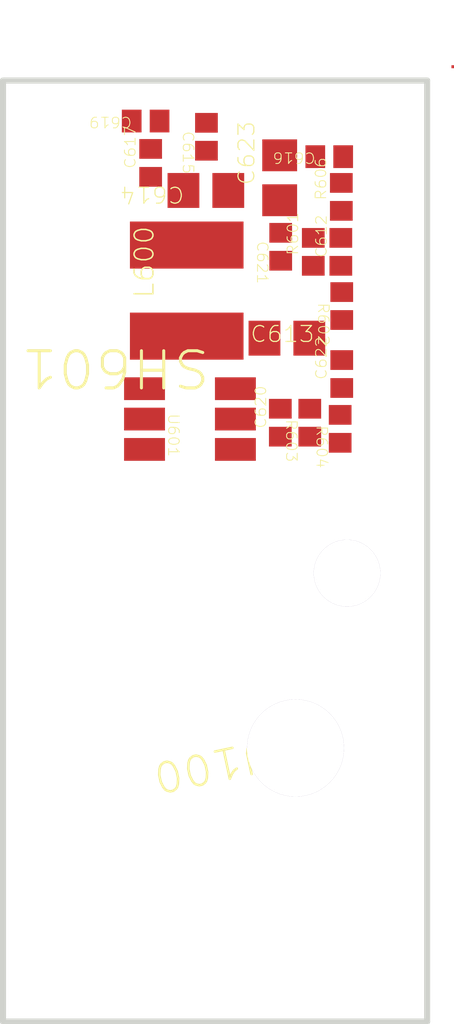
<source format=kicad_pcb>
(kicad_pcb (version 20171130) (host pcbnew "(5.1.0)-1")

  (general
    (thickness 1.6)
    (drawings 4)
    (tracks 0)
    (zones 0)
    (modules 22)
    (nets 16)
  )

  (page A4)
  (layers
    (0 F.Cu signal)
    (31 B.Cu signal)
    (32 B.Adhes user)
    (33 F.Adhes user)
    (34 B.Paste user)
    (35 F.Paste user)
    (36 B.SilkS user)
    (37 F.SilkS user)
    (38 B.Mask user)
    (39 F.Mask user)
    (40 Dwgs.User user)
    (41 Cmts.User user)
    (42 Eco1.User user)
    (43 Eco2.User user)
    (44 Edge.Cuts user)
    (45 Margin user)
    (46 B.CrtYd user)
    (47 F.CrtYd user)
    (48 B.Fab user)
    (49 F.Fab user)
  )

  (setup
    (last_trace_width 0.25)
    (trace_clearance 0.2)
    (zone_clearance 0.508)
    (zone_45_only no)
    (trace_min 0.2)
    (via_size 0.8)
    (via_drill 0.4)
    (via_min_size 0.4)
    (via_min_drill 0.3)
    (uvia_size 0.3)
    (uvia_drill 0.1)
    (uvias_allowed no)
    (uvia_min_size 0.2)
    (uvia_min_drill 0.1)
    (edge_width 0.05)
    (segment_width 0.2)
    (pcb_text_width 0.3)
    (pcb_text_size 1.5 1.5)
    (mod_edge_width 0.12)
    (mod_text_size 1 1)
    (mod_text_width 0.15)
    (pad_size 1.524 1.524)
    (pad_drill 0.762)
    (pad_to_mask_clearance 0.051)
    (solder_mask_min_width 0.25)
    (aux_axis_origin 0 0)
    (visible_elements FFFFFF7F)
    (pcbplotparams
      (layerselection 0x010fc_ffffffff)
      (usegerberextensions false)
      (usegerberattributes false)
      (usegerberadvancedattributes false)
      (creategerberjobfile false)
      (excludeedgelayer true)
      (linewidth 0.150000)
      (plotframeref false)
      (viasonmask false)
      (mode 1)
      (useauxorigin false)
      (hpglpennumber 1)
      (hpglpenspeed 20)
      (hpglpendiameter 15.000000)
      (psnegative false)
      (psa4output false)
      (plotreference true)
      (plotvalue true)
      (plotinvisibletext false)
      (padsonsilk false)
      (subtractmaskfromsilk false)
      (outputformat 1)
      (mirror false)
      (drillshape 1)
      (scaleselection 1)
      (outputdirectory ""))
  )

  (net 0 "")
  (net 1 DISP0_AVDD_7P6)
  (net 2 DISP0_ELVDD)
  (net 3 DISP0_ELVSS)
  (net 4 DISP_VDDIO_1P8)
  (net 5 GND)
  (net 6 N17988891)
  (net 7 N17989092)
  (net 8 OLED_DVDD)
  (net 9 OLED_DVDD_EN)
  (net 10 OLED_DVDD_L11B)
  (net 11 TP_1P8)
  (net 12 TP_3P3)
  (net 13 TP_INT_N)
  (net 14 TP_RESET_N)
  (net 15 VPH_PWR)

  (net_class Default "This is the default net class."
    (clearance 0.2)
    (trace_width 0.25)
    (via_dia 0.8)
    (via_drill 0.4)
    (uvia_dia 0.3)
    (uvia_drill 0.1)
    (add_net DISP0_AVDD_7P6)
    (add_net DISP0_ELVDD)
    (add_net DISP0_ELVSS)
    (add_net DISP_VDDIO_1P8)
    (add_net GND)
    (add_net N17988891)
    (add_net N17989092)
    (add_net OLED_DVDD)
    (add_net OLED_DVDD_EN)
    (add_net OLED_DVDD_L11B)
    (add_net TP_1P8)
    (add_net TP_3P3)
    (add_net TP_INT_N)
    (add_net TP_RESET_N)
    (add_net VPH_PWR)
  )

  (module "" (layer F.Cu) (tedit 0) (tstamp 682E96C8)
    (at 93.82804 393.4939)
    (fp_text reference "" (at 0 0) (layer F.SilkS)
      (effects (font (size 1.27 1.27) (thickness 0.15)))
    )
    (fp_text value "" (at 0 0) (layer F.SilkS)
      (effects (font (size 1.27 1.27) (thickness 0.15)))
    )
    (pad "" thru_hole circle (at 0 0) (size 1.6 1.6) (drill 1.6) (layers *.Cu *.Mask))
  )

  (module "" (layer F.Cu) (tedit 0) (tstamp 682E96C4)
    (at 94.67804 390.61391)
    (fp_text reference "" (at 0 0) (layer F.SilkS)
      (effects (font (size 1.27 1.27) (thickness 0.15)))
    )
    (fp_text value "" (at 0 0) (layer F.SilkS)
      (effects (font (size 1.27 1.27) (thickness 0.15)))
    )
    (pad "" thru_hole circle (at 0 0) (size 1.1 1.1) (drill 1.1) (layers *.Cu *.Mask))
  )

  (module KINE-SHIELDING-FRAME_N2_1 (layer F.Cu) (tedit 0) (tstamp 682E96C0)
    (at 93.42154 386.7645 180)
    (attr smd)
    (fp_text reference SH601 (at 2.566675 -0.46667 180 unlocked) (layer F.SilkS)
      (effects (font (size 0.612271 0.644005) (thickness 0.05)))
    )
    (fp_text value SHIELDING_KINE-SHIELDING-FRAME_ (at -7.233385 0.46667 unlocked) (layer F.SilkS) hide
      (effects (font (size 0.612271 0.644005) (thickness 0.05)))
    )
    (pad 1 smd rect (at -3.0046 4.492) (size 0.05 0.05) (layers F.Cu F.Paste F.Mask)
      (net 5 GND))
  )

  (module ANT_2_6X2_99_P3_HT0_58_HD_1 (layer F.Cu) (tedit 0) (tstamp 682E9614)
    (at 93.94364 393.3221 192)
    (attr smd)
    (fp_text reference J100 (at 1.609321 -0.14854 192 unlocked) (layer F.SilkS)
      (effects (font (size 0.488943 0.514285) (thickness 0.0419)))
    )
    (fp_text value SPRING_3P_ANT_2_6X2_99_P3_HT0_5 (at -5.72764 -0.836452 unlocked) (layer F.SilkS) hide
      (effects (font (size 0.488943 0.514285) (thickness 0.0419)))
    )
    (fp_line (start 0.4132 0.71054) (end 0.4375 0.70201) (layer Dwgs.User) (width 0.0254))
    (fp_line (start 0.68287 0.56349) (end 0.70279 0.54718) (layer Dwgs.User) (width 0.0254))
    (fp_line (start 0.84622 1.1561) (end 0.87221 1.156) (layer Dwgs.User) (width 0.0254))
    (fp_line (start 0.38875 0.71832) (end 0.4132 0.71054) (layer Dwgs.User) (width 0.0254))
    (fp_line (start 1.25627 1.07683) (end 1.26587 1.07253) (layer Dwgs.User) (width 0.0254))
    (fp_line (start 0.70279 0.54718) (end 0.72226 0.53015) (layer Dwgs.User) (width 0.0254))
    (fp_line (start 1.26587 1.07253) (end 1.27544 1.06792) (layer Dwgs.User) (width 0.0254))
    (fp_line (start 0.36403 0.72544) (end 0.38875 0.71832) (layer Dwgs.User) (width 0.0254))
    (fp_line (start 1.27544 1.06792) (end 1.28473 1.06314) (layer Dwgs.User) (width 0.0254))
    (fp_line (start 1.28473 1.06314) (end 1.29397 1.05816) (layer Dwgs.User) (width 0.0254))
    (fp_line (start 0.72226 0.53015) (end 0.74108 0.51279) (layer Dwgs.User) (width 0.0254))
    (fp_line (start 1.29397 1.05816) (end 1.303 1.05272) (layer Dwgs.User) (width 0.0254))
    (fp_line (start 0.33904 0.73189) (end 0.36403 0.72544) (layer Dwgs.User) (width 0.0254))
    (fp_line (start 1.303 1.05272) (end 1.31203 1.04727) (layer Dwgs.User) (width 0.0254))
    (fp_line (start 0.74108 0.51279) (end 0.75954 0.49473) (layer Dwgs.User) (width 0.0254))
    (fp_line (start 1.31203 1.04727) (end 1.32073 1.04145) (layer Dwgs.User) (width 0.0254))
    (fp_line (start 0.31391 0.73759) (end 0.33904 0.73189) (layer Dwgs.User) (width 0.0254))
    (fp_line (start 0.53171 0.66089) (end 0.55451 0.64887) (layer Dwgs.User) (width 0.0254))
    (fp_line (start 1.32073 1.04145) (end 1.32928 1.0354) (layer Dwgs.User) (width 0.0254))
    (fp_line (start 1.32928 1.0354) (end 1.33786 1.02915) (layer Dwgs.User) (width 0.0254))
    (fp_line (start 0.28865 0.74244) (end 0.31391 0.73759) (layer Dwgs.User) (width 0.0254))
    (fp_line (start 0.75954 0.49473) (end 0.77728 0.47621) (layer Dwgs.User) (width 0.0254))
    (fp_line (start 0.57692 0.63625) (end 0.59887 0.62293) (layer Dwgs.User) (width 0.0254))
    (fp_line (start 1.33786 1.02915) (end 1.346 1.0226) (layer Dwgs.User) (width 0.0254))
    (fp_line (start 1.346 1.0226) (end 1.35409 1.01583) (layer Dwgs.User) (width 0.0254))
    (fp_line (start 0.26324 0.74654) (end 0.28865 0.74244) (layer Dwgs.User) (width 0.0254))
    (fp_line (start 0.77728 0.47621) (end 0.79459 0.4573) (layer Dwgs.User) (width 0.0254))
    (fp_line (start 1.35409 1.01583) (end 1.362 1.00892) (layer Dwgs.User) (width 0.0254))
    (fp_line (start 1.362 1.00892) (end 1.36975 1.00178) (layer Dwgs.User) (width 0.0254))
    (fp_line (start 0.23768 0.7499) (end 0.26324 0.74654) (layer Dwgs.User) (width 0.0254))
    (fp_line (start -0.80117 1.15609) (end 0.84622 1.1561) (layer Dwgs.User) (width 0.0254))
    (fp_line (start 1.36975 1.00178) (end 1.37723 0.99448) (layer Dwgs.User) (width 0.0254))
    (fp_line (start 1.37723 0.99448) (end 1.38448 0.98682) (layer Dwgs.User) (width 0.0254))
    (fp_line (start 0.21215 0.75266) (end 0.23768 0.7499) (layer Dwgs.User) (width 0.0254))
    (fp_line (start 1.38448 0.98682) (end 1.39166 0.97904) (layer Dwgs.User) (width 0.0254))
    (fp_line (start -1.20119 -0.99396) (end -1.20119 -1.04395) (layer Dwgs.User) (width 0.0254))
    (fp_line (start 1.39166 0.97904) (end 1.39854 0.9712) (layer Dwgs.User) (width 0.0254))
    (fp_line (start 0.1864 0.75454) (end 0.21215 0.75266) (layer Dwgs.User) (width 0.0254))
    (fp_line (start 1.39854 0.9712) (end 1.40509 0.96298) (layer Dwgs.User) (width 0.0254))
    (fp_line (start 0.16071 0.75563) (end 0.1864 0.75454) (layer Dwgs.User) (width 0.0254))
    (fp_line (start 1.40509 0.96298) (end 1.41156 0.95464) (layer Dwgs.User) (width 0.0254))
    (fp_line (start 1.41156 0.95464) (end 1.41777 0.94614) (layer Dwgs.User) (width 0.0254))
    (fp_line (start 0.13517 0.75602) (end 0.16071 0.75563) (layer Dwgs.User) (width 0.0254))
    (fp_line (start 1.41777 0.94614) (end 1.42379 0.93751) (layer Dwgs.User) (width 0.0254))
    (fp_line (start 1.42379 0.93751) (end 1.42955 0.92872) (layer Dwgs.User) (width 0.0254))
    (fp_line (start 0.13513 0.75571) (end 0.13517 0.75602) (layer Dwgs.User) (width 0.0254))
    (fp_line (start 1.42955 0.92872) (end 1.43503 0.91976) (layer Dwgs.User) (width 0.0254))
    (fp_line (start 1.43503 0.91976) (end 1.44034 0.91067) (layer Dwgs.User) (width 0.0254))
    (fp_line (start 1.44034 0.91067) (end 1.44535 0.90151) (layer Dwgs.User) (width 0.0254))
    (fp_line (start 1.44535 0.90151) (end 1.45011 0.89209) (layer Dwgs.User) (width 0.0254))
    (fp_line (start 1.45011 0.89209) (end 1.4546 0.88252) (layer Dwgs.User) (width 0.0254))
    (fp_line (start 1.4546 0.88252) (end 1.45878 0.87298) (layer Dwgs.User) (width 0.0254))
    (fp_line (start 1.45878 0.87298) (end 1.46278 0.8633) (layer Dwgs.User) (width 0.0254))
    (fp_line (start 1.46278 0.8633) (end 1.4666 0.85347) (layer Dwgs.User) (width 0.0254))
    (fp_line (start 1.4666 0.85347) (end 1.47013 0.84359) (layer Dwgs.User) (width 0.0254))
    (fp_line (start 0.50857 0.67213) (end 0.53171 0.66089) (layer Dwgs.User) (width 0.0254))
    (fp_line (start 1.47013 0.84359) (end 1.47332 0.83343) (layer Dwgs.User) (width 0.0254))
    (fp_line (start 1.47332 0.83343) (end 1.47626 0.82343) (layer Dwgs.User) (width 0.0254))
    (fp_line (start 1.47626 0.82343) (end 1.47893 0.81326) (layer Dwgs.User) (width 0.0254))
    (fp_line (start 0.59887 0.62293) (end 0.62065 0.60895) (layer Dwgs.User) (width 0.0254))
    (fp_line (start 1.47893 0.81326) (end 1.48133 0.80293) (layer Dwgs.User) (width 0.0254))
    (fp_line (start -0.10176 0.71589) (end -0.07776 0.72273) (layer Dwgs.User) (width 0.0254))
    (fp_line (start 1.48133 0.80293) (end 1.4834 0.79274) (layer Dwgs.User) (width 0.0254))
    (fp_line (start -0.12564 0.70846) (end -0.10176 0.71589) (layer Dwgs.User) (width 0.0254))
    (fp_line (start 1.4834 0.79274) (end 1.48531 0.78231) (layer Dwgs.User) (width 0.0254))
    (fp_line (start -0.14928 0.70037) (end -0.12564 0.70846) (layer Dwgs.User) (width 0.0254))
    (fp_line (start 1.48531 0.78231) (end 1.4869 0.77191) (layer Dwgs.User) (width 0.0254))
    (fp_line (start 1.4869 0.77191) (end 1.48818 0.76155) (layer Dwgs.User) (width 0.0254))
    (fp_line (start -0.17281 0.69179) (end -0.14928 0.70037) (layer Dwgs.User) (width 0.0254))
    (fp_line (start 1.48818 0.76155) (end 1.48919 0.75103) (layer Dwgs.User) (width 0.0254))
    (fp_line (start -0.19598 0.68247) (end -0.17281 0.69179) (layer Dwgs.User) (width 0.0254))
    (fp_line (start 1.48919 0.75103) (end 1.48989 0.74055) (layer Dwgs.User) (width 0.0254))
    (fp_line (start -0.21894 0.67268) (end -0.19598 0.68247) (layer Dwgs.User) (width 0.0254))
    (fp_line (start 1.48989 0.74055) (end 1.49039 0.73002) (layer Dwgs.User) (width 0.0254))
    (fp_line (start -0.24165 0.66213) (end -0.21894 0.67268) (layer Dwgs.User) (width 0.0254))
    (fp_line (start 1.49039 0.73002) (end 1.49057 0.71953) (layer Dwgs.User) (width 0.0254))
    (fp_line (start 1.49054 0.7091) (end 1.49057 0.71953) (layer Dwgs.User) (width 0.0254))
    (fp_line (start -0.26417 0.65121) (end -0.24165 0.66213) (layer Dwgs.User) (width 0.0254))
    (fp_line (start 1.49012 0.69858) (end 1.49054 0.7091) (layer Dwgs.User) (width 0.0254))
    (fp_line (start -1.50123 0.40605) (end -1.50122 -0.69399) (layer Dwgs.User) (width 0.0254))
    (fp_line (start 1.08048 0.32771) (end 1.10654 0.32773) (layer Dwgs.User) (width 0.0254))
    (fp_line (start -0.28632 0.63955) (end -0.26417 0.65121) (layer Dwgs.User) (width 0.0254))
    (fp_line (start 1.4895 0.68802) (end 1.49012 0.69858) (layer Dwgs.User) (width 0.0254))
    (fp_line (start -0.30817 0.62734) (end -0.28632 0.63955) (layer Dwgs.User) (width 0.0254))
    (fp_line (start 1.10654 0.32773) (end 1.11703 0.32791) (layer Dwgs.User) (width 0.0254))
    (fp_line (start 1.48855 0.6776) (end 1.4895 0.68802) (layer Dwgs.User) (width 0.0254))
    (fp_line (start -0.3298 0.61466) (end -0.30817 0.62734) (layer Dwgs.User) (width 0.0254))
    (fp_line (start 1.11703 0.32791) (end 1.12746 0.32839) (layer Dwgs.User) (width 0.0254))
    (fp_line (start 1.4873 0.66711) (end 1.48855 0.6776) (layer Dwgs.User) (width 0.0254))
    (fp_line (start -0.3509 0.60139) (end -0.3298 0.61466) (layer Dwgs.User) (width 0.0254))
    (fp_line (start 1.12746 0.32839) (end 1.13804 0.32911) (layer Dwgs.User) (width 0.0254))
    (fp_line (start 1.48592 0.65679) (end 1.4873 0.66711) (layer Dwgs.User) (width 0.0254))
    (fp_line (start -0.37176 0.58744) (end -0.3509 0.60139) (layer Dwgs.User) (width 0.0254))
    (fp_line (start 1.13804 0.32911) (end 1.14847 0.3301) (layer Dwgs.User) (width 0.0254))
    (fp_line (start -0.39222 0.57308) (end -0.37176 0.58744) (layer Dwgs.User) (width 0.0254))
    (fp_line (start 1.48414 0.64639) (end 1.48592 0.65679) (layer Dwgs.User) (width 0.0254))
    (fp_line (start -0.41226 0.55819) (end -0.39222 0.57308) (layer Dwgs.User) (width 0.0254))
    (fp_line (start 1.14847 0.3301) (end 1.15892 0.3314) (layer Dwgs.User) (width 0.0254))
    (fp_line (start 1.48215 0.63605) (end 1.48414 0.64639) (layer Dwgs.User) (width 0.0254))
    (fp_line (start -0.43189 0.54277) (end -0.41226 0.55819) (layer Dwgs.User) (width 0.0254))
    (fp_line (start -0.45119 0.52681) (end -0.43189 0.54277) (layer Dwgs.User) (width 0.0254))
    (fp_line (start 1.15892 0.3314) (end 1.16932 0.33299) (layer Dwgs.User) (width 0.0254))
    (fp_line (start 1.47984 0.62575) (end 1.48215 0.63605) (layer Dwgs.User) (width 0.0254))
    (fp_line (start 1.16932 0.33299) (end 1.17975 0.3349) (layer Dwgs.User) (width 0.0254))
    (fp_line (start 1.4772 0.61558) (end 1.47984 0.62575) (layer Dwgs.User) (width 0.0254))
    (fp_line (start 1.17975 0.3349) (end 1.18992 0.33707) (layer Dwgs.User) (width 0.0254))
    (fp_line (start 1.47434 0.60546) (end 1.4772 0.61558) (layer Dwgs.User) (width 0.0254))
    (fp_line (start 1.18992 0.33707) (end 1.20025 0.33947) (layer Dwgs.User) (width 0.0254))
    (fp_line (start 1.47124 0.5955) (end 1.47434 0.60546) (layer Dwgs.User) (width 0.0254))
    (fp_line (start 1.20025 0.33947) (end 1.2103 0.34221) (layer Dwgs.User) (width 0.0254))
    (fp_line (start 1.46785 0.58548) (end 1.47124 0.5955) (layer Dwgs.User) (width 0.0254))
    (fp_line (start 1.2103 0.34221) (end 1.22038 0.34528) (layer Dwgs.User) (width 0.0254))
    (fp_line (start 1.46422 0.57561) (end 1.46785 0.58548) (layer Dwgs.User) (width 0.0254))
    (fp_line (start 1.22038 0.34528) (end 1.23042 0.34854) (layer Dwgs.User) (width 0.0254))
    (fp_line (start 1.46026 0.56587) (end 1.46422 0.57561) (layer Dwgs.User) (width 0.0254))
    (fp_line (start 1.23042 0.34854) (end 1.24028 0.35217) (layer Dwgs.User) (width 0.0254))
    (fp_line (start 1.45606 0.55629) (end 1.46026 0.56587) (layer Dwgs.User) (width 0.0254))
    (fp_line (start 1.24028 0.35217) (end 1.25001 0.35597) (layer Dwgs.User) (width 0.0254))
    (fp_line (start 1.45167 0.54666) (end 1.45606 0.55629) (layer Dwgs.User) (width 0.0254))
    (fp_line (start 1.25001 0.35597) (end 1.25966 0.36007) (layer Dwgs.User) (width 0.0254))
    (fp_line (start 1.44701 0.53729) (end 1.45167 0.54666) (layer Dwgs.User) (width 0.0254))
    (fp_line (start 1.25966 0.36007) (end 1.26926 0.36446) (layer Dwgs.User) (width 0.0254))
    (fp_line (start 1.44214 0.52798) (end 1.44701 0.53729) (layer Dwgs.User) (width 0.0254))
    (fp_line (start 1.26926 0.36446) (end 1.2787 0.36913) (layer Dwgs.User) (width 0.0254))
    (fp_line (start 1.43692 0.51889) (end 1.44214 0.52798) (layer Dwgs.User) (width 0.0254))
    (fp_line (start -0.25117 -1.15393) (end -0.25117 -1.11355) (layer Dwgs.User) (width 0.0254))
    (fp_line (start 1.2787 0.36913) (end 1.28797 0.37406) (layer Dwgs.User) (width 0.0254))
    (fp_line (start 1.43148 0.50986) (end 1.43692 0.51889) (layer Dwgs.User) (width 0.0254))
    (fp_line (start 1.28797 0.37406) (end 1.29721 0.37919) (layer Dwgs.User) (width 0.0254))
    (fp_line (start 1.4258 0.50099) (end 1.43148 0.50986) (layer Dwgs.User) (width 0.0254))
    (fp_line (start 1.29721 0.37919) (end 1.30618 0.38458) (layer Dwgs.User) (width 0.0254))
    (fp_line (start 1.41988 0.49227) (end 1.4258 0.50099) (layer Dwgs.User) (width 0.0254))
    (fp_line (start 1.30618 0.38458) (end 1.3151 0.39025) (layer Dwgs.User) (width 0.0254))
    (fp_line (start 1.41382 0.48372) (end 1.41988 0.49227) (layer Dwgs.User) (width 0.0254))
    (fp_line (start 1.3151 0.39025) (end 1.32376 0.39618) (layer Dwgs.User) (width 0.0254))
    (fp_line (start 1.40743 0.47531) (end 1.41382 0.48372) (layer Dwgs.User) (width 0.0254))
    (fp_line (start 1.32376 0.39618) (end 1.33227 0.40229) (layer Dwgs.User) (width 0.0254))
    (fp_line (start 1.40078 0.46715) (end 1.40743 0.47531) (layer Dwgs.User) (width 0.0254))
    (fp_line (start 1.33227 0.40229) (end 1.34075 0.40859) (layer Dwgs.User) (width 0.0254))
    (fp_line (start 1.394 0.45916) (end 1.40078 0.46715) (layer Dwgs.User) (width 0.0254))
    (fp_line (start 1.38697 0.45133) (end 1.394 0.45916) (layer Dwgs.User) (width 0.0254))
    (fp_line (start 1.34075 0.40859) (end 1.34897 0.41514) (layer Dwgs.User) (width 0.0254))
    (fp_line (start -0.8012 -1.44393) (end -0.54121 -1.44397) (layer Dwgs.User) (width 0.0254))
    (fp_line (start 1.37981 0.44367) (end 1.38697 0.45133) (layer Dwgs.User) (width 0.0254))
    (fp_line (start 1.34897 0.41514) (end 1.35693 0.42194) (layer Dwgs.User) (width 0.0254))
    (fp_line (start 1.37238 0.43627) (end 1.37981 0.44367) (layer Dwgs.User) (width 0.0254))
    (fp_line (start 1.35693 0.42194) (end 1.36474 0.42892) (layer Dwgs.User) (width 0.0254))
    (fp_line (start 1.36474 0.42892) (end 1.37238 0.43627) (layer Dwgs.User) (width 0.0254))
    (fp_line (start 0.48522 0.68291) (end 0.50857 0.67213) (layer Dwgs.User) (width 0.0254))
    (fp_line (start 0.62065 0.60895) (end 0.64184 0.59444) (layer Dwgs.User) (width 0.0254))
    (fp_line (start 0.46155 0.6928) (end 0.48522 0.68291) (layer Dwgs.User) (width 0.0254))
    (fp_line (start 0.55451 0.64887) (end 0.57692 0.63625) (layer Dwgs.User) (width 0.0254))
    (fp_line (start 0.64184 0.59444) (end 0.66265 0.57923) (layer Dwgs.User) (width 0.0254))
    (fp_line (start 0.4375 0.70201) (end 0.46155 0.6928) (layer Dwgs.User) (width 0.0254))
    (fp_line (start 0.66265 0.57923) (end 0.68287 0.56349) (layer Dwgs.User) (width 0.0254))
    (fp_line (start -1.20116 0.7061) (end -1.20115 0.75609) (layer Dwgs.User) (width 0.0254))
    (fp_arc (start -1.35118 -0.99395) (end -1.35118 -0.84396) (angle -90) (layer Dwgs.User) (width 0.0254))
    (fp_arc (start -0.80119 -1.04392) (end -0.80119 -1.44392) (angle -90) (layer Dwgs.User) (width 0.0254))
    (fp_arc (start -0.54117 -1.11345) (end -0.372766 -0.877356) (angle -54.6) (layer Dwgs.User) (width 0.0254))
    (fp_arc (start 0.14886 -0.14395) (end -0.372487 -0.877557) (angle -102.7) (layer Dwgs.User) (width 0.0254))
    (fp_arc (start 1.08064 0.70671) (end 1.08064 0.3277) (angle -23.3) (layer Dwgs.User) (width 0.0254))
    (fp_arc (start -1.35116 0.70602) (end -1.20116 0.70602) (angle -90.1) (layer Dwgs.User) (width 0.0254))
    (fp_arc (start -1.35119 -0.69394) (end -1.35119 -0.84396) (angle -90) (layer Dwgs.User) (width 0.0254))
    (fp_arc (start 1.08276 0.71146) (end 0.930787 0.358584) (angle -25.2) (layer Dwgs.User) (width 0.0254))
    (fp_arc (start 0.16148 -0.11789) (end -0.07796 0.722672) (angle -14.2) (layer Dwgs.User) (width 0.0254))
    (fp_arc (start -0.54117 -1.15398) (end -0.25117 -1.15398) (angle -90) (layer Dwgs.User) (width 0.0254))
    (fp_arc (start -0.80113 0.75607) (end -1.20115 0.75607) (angle -90) (layer Dwgs.User) (width 0.0254))
    (fp_arc (start -1.35121 0.406) (end -1.50123 0.406) (angle -90) (layer Dwgs.User) (width 0.0254))
    (fp_arc (start 0.87203 0.18413) (end 0.87203 1.156) (angle -23.3) (layer Dwgs.User) (width 0.0254))
  )

  (module IND2_0X1_6_P1_5_HT1_0_HD_1 (layer F.Cu) (tedit 0) (tstamp 682E960F)
    (at 92.03174 385.96001 90)
    (attr smd)
    (fp_text reference L600 (at 0.46993 -0.700625 90 unlocked) (layer F.SilkS)
      (effects (font (size 0.311029 0.32715) (thickness 0.0254)))
    )
    (fp_text value INDUCTOR_IND2_0X1_6_P1_5_HT1_0_ (at 0.237065 3.674508 unlocked) (layer F.SilkS) hide
      (effects (font (size 0.311029 0.32715) (thickness 0.0254)))
    )
    (pad 1 smd rect (at -0.75 0) (size 1.875 0.775) (layers F.Cu F.Paste F.Mask)
      (net 6 N17988891))
    (pad 2 smd rect (at 0.75 0) (size 1.875 0.775) (layers F.Cu F.Paste F.Mask)
      (net 8 OLED_DVDD))
  )

  (module DFNSQ1_6_PS0_5_HT0_6_P6_HD_1 (layer F.Cu) (tedit 0) (tstamp 682E9606)
    (at 92.08524 388.076 180)
    (attr smd)
    (fp_text reference U601 (at 0.271365 -0.26667 270 unlocked) (layer F.SilkS)
      (effects (font (size 0.174936 0.184002) (thickness 0.015)))
    )
    (fp_text value WD10721_DFNSQ1_6_PS0_5_HT0_6_P6 (at -2.066693 0.133335 unlocked) (layer F.SilkS) hide
      (effects (font (size 0.174936 0.184002) (thickness 0.015)))
    )
    (pad 1 smd rect (at -0.75 -0.5) (size 0.675 0.375) (layers F.Cu F.Paste F.Mask)
      (net 7 N17989092))
    (pad 2 smd rect (at -0.75 0) (size 0.675 0.375) (layers F.Cu F.Paste F.Mask)
      (net 5 GND))
    (pad 3 smd rect (at -0.75 0.5) (size 0.675 0.375) (layers F.Cu F.Paste F.Mask)
      (net 15 VPH_PWR))
    (pad 4 smd rect (at 0.75 0.5) (size 0.675 0.375) (layers F.Cu F.Paste F.Mask)
      (net 6 N17988891))
    (pad 5 smd rect (at 0.75 0) (size 0.675 0.375) (layers F.Cu F.Paste F.Mask)
      (net 9 OLED_DVDD_EN))
    (pad 6 smd rect (at 0.75 -0.5) (size 0.675 0.375) (layers F.Cu F.Paste F.Mask))
  )

  (module CAP0201-HT0_39_1 (layer F.Cu) (tedit 0) (tstamp 682E9601)
    (at 91.35354 383.16721 180)
    (attr smd)
    (fp_text reference C619 (at 0.57967 -0.017335 180 unlocked) (layer F.SilkS)
      (effects (font (size 0.174936 0.184002) (thickness 0.015)))
    )
    (fp_text value CAP_NP_CAP0201-HT0_39_1UF (at -1.666688 0.133335 unlocked) (layer F.SilkS) hide
      (effects (font (size 0.174936 0.184002) (thickness 0.015)))
    )
    (pad 1 smd rect (at -0.23 0) (size 0.325 0.375) (layers F.Cu F.Paste F.Mask)
      (net 1 DISP0_AVDD_7P6))
    (pad 2 smd rect (at 0.23 0) (size 0.325 0.375) (layers F.Cu F.Paste F.Mask)
      (net 5 GND))
  )

  (module CAP0201-HT0_35_5 (layer F.Cu) (tedit 0) (tstamp 682E95FC)
    (at 92.35744 383.4263 270)
    (attr smd)
    (fp_text reference C615 (at 0.25967 0.302665 270 unlocked) (layer F.SilkS)
      (effects (font (size 0.174936 0.184002) (thickness 0.015)))
    )
    (fp_text value CAP_NP_CAP0201-HT0_35_1UF (at -0.133335 -1.666688 unlocked) (layer F.SilkS) hide
      (effects (font (size 0.174936 0.184002) (thickness 0.015)))
    )
    (pad 1 smd rect (at -0.23 0) (size 0.375 0.325) (layers F.Cu F.Paste F.Mask)
      (net 2 DISP0_ELVDD))
    (pad 2 smd rect (at 0.23 0) (size 0.375 0.325) (layers F.Cu F.Paste F.Mask)
      (net 5 GND))
  )

  (module CAP0201-HT0_35_6 (layer F.Cu) (tedit 0) (tstamp 682E95F7)
    (at 94.38394 383.75411 180)
    (attr smd)
    (fp_text reference C616 (at 0.57967 -0.017335 180 unlocked) (layer F.SilkS)
      (effects (font (size 0.174936 0.184002) (thickness 0.015)))
    )
    (fp_text value CAP_NP_CAP0201-HT0_35_1UF (at -1.666688 0.133335 unlocked) (layer F.SilkS) hide
      (effects (font (size 0.174936 0.184002) (thickness 0.015)))
    )
    (pad 1 smd rect (at -0.23 0) (size 0.325 0.375) (layers F.Cu F.Paste F.Mask)
      (net 3 DISP0_ELVSS))
    (pad 2 smd rect (at 0.23 0) (size 0.325 0.375) (layers F.Cu F.Paste F.Mask)
      (net 5 GND))
  )

  (module CAP0201-HT0_35_5 (layer F.Cu) (tedit 0) (tstamp 682E95F2)
    (at 93.58314 385.2381 270)
    (attr smd)
    (fp_text reference C621 (at 0.25967 0.302665 270 unlocked) (layer F.SilkS)
      (effects (font (size 0.174936 0.184002) (thickness 0.015)))
    )
    (fp_text value CAP_NP_CAP0201-HT0_35_1UF (at -0.133335 -1.666688 unlocked) (layer F.SilkS) hide
      (effects (font (size 0.174936 0.184002) (thickness 0.015)))
    )
    (pad 1 smd rect (at -0.23 0) (size 0.375 0.325) (layers F.Cu F.Paste F.Mask)
      (net 8 OLED_DVDD))
    (pad 2 smd rect (at 0.23 0) (size 0.375 0.325) (layers F.Cu F.Paste F.Mask)
      (net 5 GND))
  )

  (module CAP0201-HT0_35_7 (layer F.Cu) (tedit 0) (tstamp 682E95ED)
    (at 94.59044 387.33411 90)
    (attr smd)
    (fp_text reference C622 (at 0.25967 -0.337335 90 unlocked) (layer F.SilkS)
      (effects (font (size 0.174936 0.184002) (thickness 0.015)))
    )
    (fp_text value CAP_NP_CAP0201-HT0_35_1UF (at 0.133335 1.666688 unlocked) (layer F.SilkS) hide
      (effects (font (size 0.174936 0.184002) (thickness 0.015)))
    )
    (pad 1 smd rect (at -0.23 0) (size 0.375 0.325) (layers F.Cu F.Paste F.Mask)
      (net 12 TP_3P3))
    (pad 2 smd rect (at 0.23 0) (size 0.375 0.325) (layers F.Cu F.Paste F.Mask)
      (net 5 GND))
  )

  (module CAP0201-HT0_35_7 (layer F.Cu) (tedit 0) (tstamp 682E95E8)
    (at 91.43644 383.85629 90)
    (attr smd)
    (fp_text reference C617 (at 0.25967 -0.337335 90 unlocked) (layer F.SilkS)
      (effects (font (size 0.174936 0.184002) (thickness 0.015)))
    )
    (fp_text value CAP_NP_CAP0201-HT0_35_1UF (at 0.133335 1.666688 unlocked) (layer F.SilkS) hide
      (effects (font (size 0.174936 0.184002) (thickness 0.015)))
    )
    (pad 1 smd rect (at -0.23 0) (size 0.375 0.325) (layers F.Cu F.Paste F.Mask)
      (net 4 DISP_VDDIO_1P8))
    (pad 2 smd rect (at 0.23 0) (size 0.375 0.325) (layers F.Cu F.Paste F.Mask)
      (net 5 GND))
  )

  (module CAP0402-HT0_7_4 (layer F.Cu) (tedit 0) (tstamp 682E95E3)
    (at 93.56604 384.1019 90)
    (attr smd)
    (fp_text reference C623 (at 0.406 -0.547 90 unlocked) (layer F.SilkS)
      (effects (font (size 0.2624 0.276) (thickness 0.02)))
    )
    (fp_text value CAP_NP_CAP0402-HT0_7_10UF (at 0.2 2.5 unlocked) (layer F.SilkS) hide
      (effects (font (size 0.2624 0.276) (thickness 0.02)))
    )
    (pad 1 smd rect (at -0.37 0) (size 0.575 0.525) (layers F.Cu F.Paste F.Mask)
      (net 8 OLED_DVDD))
    (pad 2 smd rect (at 0.37 0) (size 0.575 0.525) (layers F.Cu F.Paste F.Mask)
      (net 5 GND))
  )

  (module CAP0402-HT0_7_5 (layer F.Cu) (tedit 0) (tstamp 682E95DE)
    (at 93.68514 386.74361)
    (attr smd)
    (fp_text reference C613 (at -0.074 -0.067 unlocked) (layer F.SilkS)
      (effects (font (size 0.2624 0.276) (thickness 0.02)))
    )
    (fp_text value CAP_NP_CAP0402-HT0_7_10UF (at 2.5 -0.2 unlocked) (layer F.SilkS) hide
      (effects (font (size 0.2624 0.276) (thickness 0.02)))
    )
    (pad 1 smd rect (at -0.37 0) (size 0.525 0.575) (layers F.Cu F.Paste F.Mask)
      (net 15 VPH_PWR))
    (pad 2 smd rect (at 0.37 0) (size 0.525 0.575) (layers F.Cu F.Paste F.Mask)
      (net 5 GND))
  )

  (module CAP0402-HT0_7_6 (layer F.Cu) (tedit 0) (tstamp 682E95D9)
    (at 92.34794 384.31059 180)
    (attr smd)
    (fp_text reference C614 (at 0.886 -0.067 180 unlocked) (layer F.SilkS)
      (effects (font (size 0.2624 0.276) (thickness 0.02)))
    )
    (fp_text value CAP_NP_CAP0402-HT0_7_22UF (at -2.5 0.2 unlocked) (layer F.SilkS) hide
      (effects (font (size 0.2624 0.276) (thickness 0.02)))
    )
    (pad 1 smd rect (at -0.37 0) (size 0.525 0.575) (layers F.Cu F.Paste F.Mask)
      (net 8 OLED_DVDD))
    (pad 2 smd rect (at 0.37 0) (size 0.525 0.575) (layers F.Cu F.Paste F.Mask)
      (net 5 GND))
  )

  (module RES0201-HT0_28_HD_NM_3 (layer F.Cu) (tedit 0) (tstamp 682E95BC)
    (at 94.58324 384.4162 90)
    (attr smd)
    (fp_text reference R606 (at 0.29767 -0.337335 90 unlocked) (layer F.SilkS)
      (effects (font (size 0.174936 0.184002) (thickness 0.015)))
    )
    (fp_text value RES_NM_RES0201-HT0_28_HD_NM_NM (at 0.133335 2.000025 unlocked) (layer F.SilkS) hide
      (effects (font (size 0.174936 0.184002) (thickness 0.015)))
    )
    (fp_line (start 0.3 1.187) (end 0.94 1.187) (layer B.Fab) (width 0.0254))
    (fp_line (start 2.925 0.15) (end 3.027 0.455) (layer B.Fab) (width 0.0254))
    (fp_line (start 2.925 0.76) (end 2.925 0.15) (layer B.Fab) (width 0.0254))
    (fp_line (start 2.824 0.455) (end 2.925 0.15) (layer B.Fab) (width 0.0254))
    (fp_line (start 0.554 0.15) (end 3.23 0.15) (layer B.Fab) (width 0.0254))
    (fp_line (start 2.824 -0.455) (end 2.925 -0.15) (layer B.Fab) (width 0.0254))
    (fp_line (start 0.554 -0.15) (end 3.23 -0.15) (layer B.Fab) (width 0.0254))
    (fp_line (start 2.925 -0.15) (end 3.027 -0.455) (layer B.Fab) (width 0.0254))
    (fp_line (start 0.131 0.667) (end 0.23 0.667) (layer B.Fab) (width 0.0254))
    (fp_line (start 2.925 -0.15) (end 2.925 -1.132) (layer B.Fab) (width 0.0254))
    (fp_line (start 0.23 0.972) (end 0.23 0.254) (layer B.Fab) (width 0.0254))
    (fp_line (start 0.3 1.187) (end 0.605 1.086) (layer B.Fab) (width 0.0254))
    (fp_line (start -0.23 0.972) (end -0.23 0.254) (layer B.Fab) (width 0.0254))
    (fp_line (start 0.3 1.187) (end 0.605 1.289) (layer B.Fab) (width 0.0254))
    (fp_line (start -0.3 1.492) (end -0.3 0.404) (layer B.Fab) (width 0.0254))
    (fp_line (start 0.23 0.667) (end 0.535 0.566) (layer B.Fab) (width 0.0254))
    (fp_line (start -0.535 0.566) (end -0.23 0.667) (layer B.Fab) (width 0.0254))
    (fp_line (start -0.535 0.769) (end -0.23 0.667) (layer B.Fab) (width 0.0254))
    (fp_line (start -0.84 0.667) (end -0.23 0.667) (layer B.Fab) (width 0.0254))
    (fp_line (start -0.605 1.086) (end -0.3 1.187) (layer B.Fab) (width 0.0254))
    (fp_line (start -0.605 1.289) (end -0.3 1.187) (layer B.Fab) (width 0.0254))
    (fp_line (start -0.91 1.187) (end -0.3 1.187) (layer B.Fab) (width 0.0254))
    (fp_line (start 0.3 1.492) (end 0.3 0.404) (layer B.Fab) (width 0.0254))
    (fp_line (start 0.23 0.667) (end 0.535 0.769) (layer B.Fab) (width 0.0254))
    (pad 1 smd rect (at -0.23 0) (size 0.375 0.325) (layers F.Cu F.Paste F.Mask)
      (net 8 OLED_DVDD))
    (pad 2 smd rect (at 0.23 0) (size 0.375 0.325) (layers F.Cu F.Paste F.Mask)
      (net 10 OLED_DVDD_L11B))
  )

  (module RES0201-HT0_28_HD_NM_4 (layer F.Cu) (tedit 0) (tstamp 682E959F)
    (at 94.06294 388.1359 270)
    (attr smd)
    (fp_text reference R603 (at 0.29767 0.302665 270 unlocked) (layer F.SilkS)
      (effects (font (size 0.174936 0.184002) (thickness 0.015)))
    )
    (fp_text value RES_NM_RES0201-HT0_28_HD_NM_NM (at -0.133335 -2.000025 unlocked) (layer F.SilkS) hide
      (effects (font (size 0.174936 0.184002) (thickness 0.015)))
    )
    (fp_line (start 0.3 1.187) (end 0.94 1.187) (layer B.Fab) (width 0.0254))
    (fp_line (start 2.925 0.15) (end 3.027 0.455) (layer B.Fab) (width 0.0254))
    (fp_line (start 2.925 0.76) (end 2.925 0.15) (layer B.Fab) (width 0.0254))
    (fp_line (start 2.824 0.455) (end 2.925 0.15) (layer B.Fab) (width 0.0254))
    (fp_line (start 0.554 0.15) (end 3.23 0.15) (layer B.Fab) (width 0.0254))
    (fp_line (start 2.824 -0.455) (end 2.925 -0.15) (layer B.Fab) (width 0.0254))
    (fp_line (start 0.554 -0.15) (end 3.23 -0.15) (layer B.Fab) (width 0.0254))
    (fp_line (start 2.925 -0.15) (end 3.027 -0.455) (layer B.Fab) (width 0.0254))
    (fp_line (start 0.131 0.667) (end 0.23 0.667) (layer B.Fab) (width 0.0254))
    (fp_line (start 2.925 -0.15) (end 2.925 -1.132) (layer B.Fab) (width 0.0254))
    (fp_line (start 0.23 0.972) (end 0.23 0.254) (layer B.Fab) (width 0.0254))
    (fp_line (start 0.3 1.187) (end 0.605 1.086) (layer B.Fab) (width 0.0254))
    (fp_line (start -0.23 0.972) (end -0.23 0.254) (layer B.Fab) (width 0.0254))
    (fp_line (start 0.3 1.187) (end 0.605 1.289) (layer B.Fab) (width 0.0254))
    (fp_line (start -0.3 1.492) (end -0.3 0.404) (layer B.Fab) (width 0.0254))
    (fp_line (start 0.23 0.667) (end 0.535 0.566) (layer B.Fab) (width 0.0254))
    (fp_line (start -0.535 0.566) (end -0.23 0.667) (layer B.Fab) (width 0.0254))
    (fp_line (start -0.535 0.769) (end -0.23 0.667) (layer B.Fab) (width 0.0254))
    (fp_line (start -0.84 0.667) (end -0.23 0.667) (layer B.Fab) (width 0.0254))
    (fp_line (start -0.605 1.086) (end -0.3 1.187) (layer B.Fab) (width 0.0254))
    (fp_line (start -0.605 1.289) (end -0.3 1.187) (layer B.Fab) (width 0.0254))
    (fp_line (start -0.91 1.187) (end -0.3 1.187) (layer B.Fab) (width 0.0254))
    (fp_line (start 0.3 1.492) (end 0.3 0.404) (layer B.Fab) (width 0.0254))
    (fp_line (start 0.23 0.667) (end 0.535 0.769) (layer B.Fab) (width 0.0254))
    (pad 1 smd rect (at -0.23 0) (size 0.375 0.325) (layers F.Cu F.Paste F.Mask)
      (net 14 TP_RESET_N))
    (pad 2 smd rect (at 0.23 0) (size 0.375 0.325) (layers F.Cu F.Paste F.Mask)
      (net 11 TP_1P8))
  )

  (module CAP0201-HT0_33_21 (layer F.Cu) (tedit 0) (tstamp 682E9582)
    (at 94.57544 385.3217 90)
    (attr smd)
    (fp_text reference C612 (at 0.25767 -0.321335 90 unlocked) (layer F.SilkS)
      (effects (font (size 0.174936 0.184002) (thickness 0.015)))
    )
    (fp_text value CAP_NP_CAP0201-HT0_33_10PF (at 0.133335 1.733355 unlocked) (layer F.SilkS) hide
      (effects (font (size 0.174936 0.184002) (thickness 0.015)))
    )
    (fp_line (start 2.226 0.15) (end 2.328 0.455) (layer B.Fab) (width 0.0254))
    (fp_line (start 0.23 0.636) (end 0.84 0.636) (layer B.Fab) (width 0.0254))
    (fp_line (start 2.226 0.573) (end 2.226 0.15) (layer B.Fab) (width 0.0254))
    (fp_line (start 2.125 0.455) (end 2.226 0.15) (layer B.Fab) (width 0.0254))
    (fp_line (start 0.554 0.15) (end 2.48 0.15) (layer B.Fab) (width 0.0254))
    (fp_line (start 0.23 0.636) (end 0.535 0.535) (layer B.Fab) (width 0.0254))
    (fp_line (start 2.125 -0.455) (end 2.226 -0.15) (layer B.Fab) (width 0.0254))
    (fp_line (start 0.554 -0.15) (end 2.48 -0.15) (layer B.Fab) (width 0.0254))
    (fp_line (start 2.226 -0.15) (end 2.328 -0.455) (layer B.Fab) (width 0.0254))
    (fp_line (start 2.226 -0.15) (end 2.226 -0.76) (layer B.Fab) (width 0.0254))
    (fp_line (start 0.23 0.89) (end 0.23 0.254) (layer B.Fab) (width 0.0254))
    (fp_line (start 0.3 1.272) (end 0.91 1.272) (layer B.Fab) (width 0.0254))
    (fp_line (start -0.23 0.89) (end -0.23 0.254) (layer B.Fab) (width 0.0254))
    (fp_line (start 0.3 1.272) (end 0.605 1.171) (layer B.Fab) (width 0.0254))
    (fp_line (start 0.3 1.272) (end 0.605 1.374) (layer B.Fab) (width 0.0254))
    (fp_line (start -0.3 1.526) (end -0.3 0.404) (layer B.Fab) (width 0.0254))
    (fp_line (start -0.535 0.535) (end -0.23 0.636) (layer B.Fab) (width 0.0254))
    (fp_line (start -0.535 0.738) (end -0.23 0.636) (layer B.Fab) (width 0.0254))
    (fp_line (start -0.841 0.636) (end -0.23 0.636) (layer B.Fab) (width 0.0254))
    (fp_line (start -0.605 1.171) (end -0.3 1.272) (layer B.Fab) (width 0.0254))
    (fp_line (start -0.605 1.374) (end -0.3 1.272) (layer B.Fab) (width 0.0254))
    (fp_line (start -0.841 1.272) (end -0.3 1.272) (layer B.Fab) (width 0.0254))
    (fp_line (start 0.23 0.636) (end 0.535 0.738) (layer B.Fab) (width 0.0254))
    (fp_line (start 0.3 1.526) (end 0.3 0.404) (layer B.Fab) (width 0.0254))
    (pad 1 smd rect (at -0.23 0) (size 0.375 0.325) (layers F.Cu F.Paste F.Mask)
      (net 7 N17989092))
    (pad 2 smd rect (at 0.23 0) (size 0.375 0.325) (layers F.Cu F.Paste F.Mask)
      (net 8 OLED_DVDD))
  )

  (module CAP0201-HT0_33_22 (layer F.Cu) (tedit 0) (tstamp 682E9565)
    (at 93.57644 388.1359 90)
    (attr smd)
    (fp_text reference C620 (at 0.25767 -0.321335 90 unlocked) (layer F.SilkS)
      (effects (font (size 0.174936 0.184002) (thickness 0.015)))
    )
    (fp_text value CAP_NP_CAP0201-HT0_33_0.47UF (at 0.133335 1.86669 unlocked) (layer F.SilkS) hide
      (effects (font (size 0.174936 0.184002) (thickness 0.015)))
    )
    (fp_line (start 2.226 0.15) (end 2.328 0.455) (layer B.Fab) (width 0.0254))
    (fp_line (start 0.23 0.636) (end 0.84 0.636) (layer B.Fab) (width 0.0254))
    (fp_line (start 2.226 0.573) (end 2.226 0.15) (layer B.Fab) (width 0.0254))
    (fp_line (start 2.125 0.455) (end 2.226 0.15) (layer B.Fab) (width 0.0254))
    (fp_line (start 0.554 0.15) (end 2.48 0.15) (layer B.Fab) (width 0.0254))
    (fp_line (start 0.23 0.636) (end 0.535 0.535) (layer B.Fab) (width 0.0254))
    (fp_line (start 2.125 -0.455) (end 2.226 -0.15) (layer B.Fab) (width 0.0254))
    (fp_line (start 0.554 -0.15) (end 2.48 -0.15) (layer B.Fab) (width 0.0254))
    (fp_line (start 2.226 -0.15) (end 2.328 -0.455) (layer B.Fab) (width 0.0254))
    (fp_line (start 2.226 -0.15) (end 2.226 -0.76) (layer B.Fab) (width 0.0254))
    (fp_line (start 0.23 0.89) (end 0.23 0.254) (layer B.Fab) (width 0.0254))
    (fp_line (start 0.3 1.272) (end 0.91 1.272) (layer B.Fab) (width 0.0254))
    (fp_line (start -0.23 0.89) (end -0.23 0.254) (layer B.Fab) (width 0.0254))
    (fp_line (start 0.3 1.272) (end 0.605 1.171) (layer B.Fab) (width 0.0254))
    (fp_line (start 0.3 1.272) (end 0.605 1.374) (layer B.Fab) (width 0.0254))
    (fp_line (start -0.3 1.526) (end -0.3 0.404) (layer B.Fab) (width 0.0254))
    (fp_line (start -0.535 0.535) (end -0.23 0.636) (layer B.Fab) (width 0.0254))
    (fp_line (start -0.535 0.738) (end -0.23 0.636) (layer B.Fab) (width 0.0254))
    (fp_line (start -0.841 0.636) (end -0.23 0.636) (layer B.Fab) (width 0.0254))
    (fp_line (start -0.605 1.171) (end -0.3 1.272) (layer B.Fab) (width 0.0254))
    (fp_line (start -0.605 1.374) (end -0.3 1.272) (layer B.Fab) (width 0.0254))
    (fp_line (start -0.841 1.272) (end -0.3 1.272) (layer B.Fab) (width 0.0254))
    (fp_line (start 0.23 0.636) (end 0.535 0.738) (layer B.Fab) (width 0.0254))
    (fp_line (start 0.3 1.526) (end 0.3 0.404) (layer B.Fab) (width 0.0254))
    (pad 1 smd rect (at -0.23 0) (size 0.375 0.325) (layers F.Cu F.Paste F.Mask)
      (net 11 TP_1P8))
    (pad 2 smd rect (at 0.23 0) (size 0.375 0.325) (layers F.Cu F.Paste F.Mask)
      (net 5 GND))
  )

  (module RES0201-HT0_23_HD_29 (layer F.Cu) (tedit 0) (tstamp 682E9548)
    (at 94.59044 386.21449 270)
    (attr smd)
    (fp_text reference R602 (at 0.29767 0.302665 270 unlocked) (layer F.SilkS)
      (effects (font (size 0.174936 0.184002) (thickness 0.015)))
    )
    (fp_text value RES_RES0201-HT0_23_HD_90.9KOHM (at -0.133335 -2.000025 unlocked) (layer F.SilkS) hide
      (effects (font (size 0.174936 0.184002) (thickness 0.015)))
    )
    (fp_line (start 0.3 1.187) (end 0.94 1.187) (layer B.Fab) (width 0.0254))
    (fp_line (start 2.925 0.15) (end 3.027 0.455) (layer B.Fab) (width 0.0254))
    (fp_line (start 2.925 0.76) (end 2.925 0.15) (layer B.Fab) (width 0.0254))
    (fp_line (start 2.824 0.455) (end 2.925 0.15) (layer B.Fab) (width 0.0254))
    (fp_line (start 0.554 0.15) (end 3.23 0.15) (layer B.Fab) (width 0.0254))
    (fp_line (start 2.824 -0.455) (end 2.925 -0.15) (layer B.Fab) (width 0.0254))
    (fp_line (start 0.554 -0.15) (end 3.23 -0.15) (layer B.Fab) (width 0.0254))
    (fp_line (start 2.925 -0.15) (end 3.027 -0.455) (layer B.Fab) (width 0.0254))
    (fp_line (start 0.131 0.667) (end 0.23 0.667) (layer B.Fab) (width 0.0254))
    (fp_line (start 2.925 -0.15) (end 2.925 -1.132) (layer B.Fab) (width 0.0254))
    (fp_line (start 0.23 0.972) (end 0.23 0.254) (layer B.Fab) (width 0.0254))
    (fp_line (start 0.3 1.187) (end 0.605 1.086) (layer B.Fab) (width 0.0254))
    (fp_line (start -0.23 0.972) (end -0.23 0.254) (layer B.Fab) (width 0.0254))
    (fp_line (start 0.3 1.187) (end 0.605 1.289) (layer B.Fab) (width 0.0254))
    (fp_line (start -0.3 1.492) (end -0.3 0.404) (layer B.Fab) (width 0.0254))
    (fp_line (start 0.23 0.667) (end 0.535 0.566) (layer B.Fab) (width 0.0254))
    (fp_line (start -0.535 0.566) (end -0.23 0.667) (layer B.Fab) (width 0.0254))
    (fp_line (start -0.535 0.769) (end -0.23 0.667) (layer B.Fab) (width 0.0254))
    (fp_line (start -0.84 0.667) (end -0.23 0.667) (layer B.Fab) (width 0.0254))
    (fp_line (start -0.605 1.086) (end -0.3 1.187) (layer B.Fab) (width 0.0254))
    (fp_line (start -0.605 1.289) (end -0.3 1.187) (layer B.Fab) (width 0.0254))
    (fp_line (start -0.91 1.187) (end -0.3 1.187) (layer B.Fab) (width 0.0254))
    (fp_line (start 0.3 1.492) (end 0.3 0.404) (layer B.Fab) (width 0.0254))
    (fp_line (start 0.23 0.667) (end 0.535 0.769) (layer B.Fab) (width 0.0254))
    (pad 1 smd rect (at -0.23 0) (size 0.375 0.325) (layers F.Cu F.Paste F.Mask)
      (net 7 N17989092))
    (pad 2 smd rect (at 0.23 0) (size 0.375 0.325) (layers F.Cu F.Paste F.Mask)
      (net 5 GND))
  )

  (module RES0201-HT0_23_HD_30 (layer F.Cu) (tedit 0) (tstamp 682E952B)
    (at 94.12044 385.3217 90)
    (attr smd)
    (fp_text reference R601 (at 0.29767 -0.337335 90 unlocked) (layer F.SilkS)
      (effects (font (size 0.174936 0.184002) (thickness 0.015)))
    )
    (fp_text value RES_RES0201-HT0_23_HD_75K (at 0.133335 1.666688 unlocked) (layer F.SilkS) hide
      (effects (font (size 0.174936 0.184002) (thickness 0.015)))
    )
    (fp_line (start 0.3 1.187) (end 0.94 1.187) (layer B.Fab) (width 0.0254))
    (fp_line (start 2.925 0.15) (end 3.027 0.455) (layer B.Fab) (width 0.0254))
    (fp_line (start 2.925 0.76) (end 2.925 0.15) (layer B.Fab) (width 0.0254))
    (fp_line (start 2.824 0.455) (end 2.925 0.15) (layer B.Fab) (width 0.0254))
    (fp_line (start 0.554 0.15) (end 3.23 0.15) (layer B.Fab) (width 0.0254))
    (fp_line (start 2.824 -0.455) (end 2.925 -0.15) (layer B.Fab) (width 0.0254))
    (fp_line (start 0.554 -0.15) (end 3.23 -0.15) (layer B.Fab) (width 0.0254))
    (fp_line (start 2.925 -0.15) (end 3.027 -0.455) (layer B.Fab) (width 0.0254))
    (fp_line (start 0.131 0.667) (end 0.23 0.667) (layer B.Fab) (width 0.0254))
    (fp_line (start 2.925 -0.15) (end 2.925 -1.132) (layer B.Fab) (width 0.0254))
    (fp_line (start 0.23 0.972) (end 0.23 0.254) (layer B.Fab) (width 0.0254))
    (fp_line (start 0.3 1.187) (end 0.605 1.086) (layer B.Fab) (width 0.0254))
    (fp_line (start -0.23 0.972) (end -0.23 0.254) (layer B.Fab) (width 0.0254))
    (fp_line (start 0.3 1.187) (end 0.605 1.289) (layer B.Fab) (width 0.0254))
    (fp_line (start -0.3 1.492) (end -0.3 0.404) (layer B.Fab) (width 0.0254))
    (fp_line (start 0.23 0.667) (end 0.535 0.566) (layer B.Fab) (width 0.0254))
    (fp_line (start -0.535 0.566) (end -0.23 0.667) (layer B.Fab) (width 0.0254))
    (fp_line (start -0.535 0.769) (end -0.23 0.667) (layer B.Fab) (width 0.0254))
    (fp_line (start -0.84 0.667) (end -0.23 0.667) (layer B.Fab) (width 0.0254))
    (fp_line (start -0.605 1.086) (end -0.3 1.187) (layer B.Fab) (width 0.0254))
    (fp_line (start -0.605 1.289) (end -0.3 1.187) (layer B.Fab) (width 0.0254))
    (fp_line (start -0.91 1.187) (end -0.3 1.187) (layer B.Fab) (width 0.0254))
    (fp_line (start 0.3 1.492) (end 0.3 0.404) (layer B.Fab) (width 0.0254))
    (fp_line (start 0.23 0.667) (end 0.535 0.769) (layer B.Fab) (width 0.0254))
    (pad 1 smd rect (at -0.23 0) (size 0.375 0.325) (layers F.Cu F.Paste F.Mask)
      (net 7 N17989092))
    (pad 2 smd rect (at 0.23 0) (size 0.375 0.325) (layers F.Cu F.Paste F.Mask)
      (net 8 OLED_DVDD))
  )

  (module RES0201-HT0_23_HD_31 (layer F.Cu) (tedit 0) (tstamp 682E950E)
    (at 94.56414 388.23689 270)
    (attr smd)
    (fp_text reference R604 (at 0.29767 0.302665 270 unlocked) (layer F.SilkS)
      (effects (font (size 0.174936 0.184002) (thickness 0.015)))
    )
    (fp_text value RES_RES0201-HT0_23_HD_10KOHM (at -0.133335 -1.86669 unlocked) (layer F.SilkS) hide
      (effects (font (size 0.174936 0.184002) (thickness 0.015)))
    )
    (fp_line (start 0.3 1.187) (end 0.94 1.187) (layer B.Fab) (width 0.0254))
    (fp_line (start 2.925 0.15) (end 3.027 0.455) (layer B.Fab) (width 0.0254))
    (fp_line (start 2.925 0.76) (end 2.925 0.15) (layer B.Fab) (width 0.0254))
    (fp_line (start 2.824 0.455) (end 2.925 0.15) (layer B.Fab) (width 0.0254))
    (fp_line (start 0.554 0.15) (end 3.23 0.15) (layer B.Fab) (width 0.0254))
    (fp_line (start 2.824 -0.455) (end 2.925 -0.15) (layer B.Fab) (width 0.0254))
    (fp_line (start 0.554 -0.15) (end 3.23 -0.15) (layer B.Fab) (width 0.0254))
    (fp_line (start 2.925 -0.15) (end 3.027 -0.455) (layer B.Fab) (width 0.0254))
    (fp_line (start 0.131 0.667) (end 0.23 0.667) (layer B.Fab) (width 0.0254))
    (fp_line (start 2.925 -0.15) (end 2.925 -1.132) (layer B.Fab) (width 0.0254))
    (fp_line (start 0.23 0.972) (end 0.23 0.254) (layer B.Fab) (width 0.0254))
    (fp_line (start 0.3 1.187) (end 0.605 1.086) (layer B.Fab) (width 0.0254))
    (fp_line (start -0.23 0.972) (end -0.23 0.254) (layer B.Fab) (width 0.0254))
    (fp_line (start 0.3 1.187) (end 0.605 1.289) (layer B.Fab) (width 0.0254))
    (fp_line (start -0.3 1.492) (end -0.3 0.404) (layer B.Fab) (width 0.0254))
    (fp_line (start 0.23 0.667) (end 0.535 0.566) (layer B.Fab) (width 0.0254))
    (fp_line (start -0.535 0.566) (end -0.23 0.667) (layer B.Fab) (width 0.0254))
    (fp_line (start -0.535 0.769) (end -0.23 0.667) (layer B.Fab) (width 0.0254))
    (fp_line (start -0.84 0.667) (end -0.23 0.667) (layer B.Fab) (width 0.0254))
    (fp_line (start -0.605 1.086) (end -0.3 1.187) (layer B.Fab) (width 0.0254))
    (fp_line (start -0.605 1.289) (end -0.3 1.187) (layer B.Fab) (width 0.0254))
    (fp_line (start -0.91 1.187) (end -0.3 1.187) (layer B.Fab) (width 0.0254))
    (fp_line (start 0.3 1.492) (end 0.3 0.404) (layer B.Fab) (width 0.0254))
    (fp_line (start 0.23 0.667) (end 0.535 0.769) (layer B.Fab) (width 0.0254))
    (pad 1 smd rect (at -0.23 0) (size 0.375 0.325) (layers F.Cu F.Paste F.Mask)
      (net 13 TP_INT_N))
    (pad 2 smd rect (at 0.23 0) (size 0.375 0.325) (layers F.Cu F.Paste F.Mask)
      (net 11 TP_1P8))
  )

  (gr_line (start 89 398) (end 89 382.5) (layer Edge.Cuts) (width 0.1))
  (gr_line (start 96 398) (end 89 398) (layer Edge.Cuts) (width 0.1))
  (gr_line (start 96 382.5) (end 96 398) (layer Edge.Cuts) (width 0.1))
  (gr_line (start 89 382.5) (end 96 382.5) (layer Edge.Cuts) (width 0.1))

)

</source>
